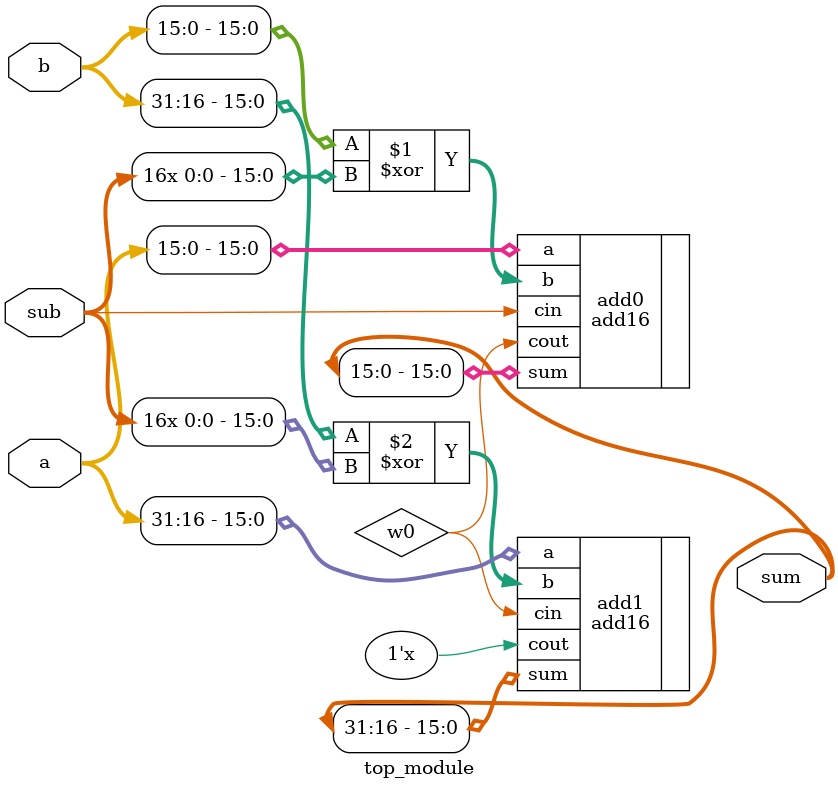
<source format=v>
module top_module(
    input [31:0] a,
    input [31:0] b,
    input sub,
    output [31:0] sum
);
    wire w0;
    add16 add0(.a(a[15:0]), .b(b[15:0] ^ {16{sub}}), .cin(sub), .sum(sum[15:0]), .cout(w0));
    add16 add1(.a(a[31:16]), .b(b[31:16] ^ {16{sub}}), .cin(w0), .sum(sum[31:16]), .cout(1'bz));

endmodule

</source>
